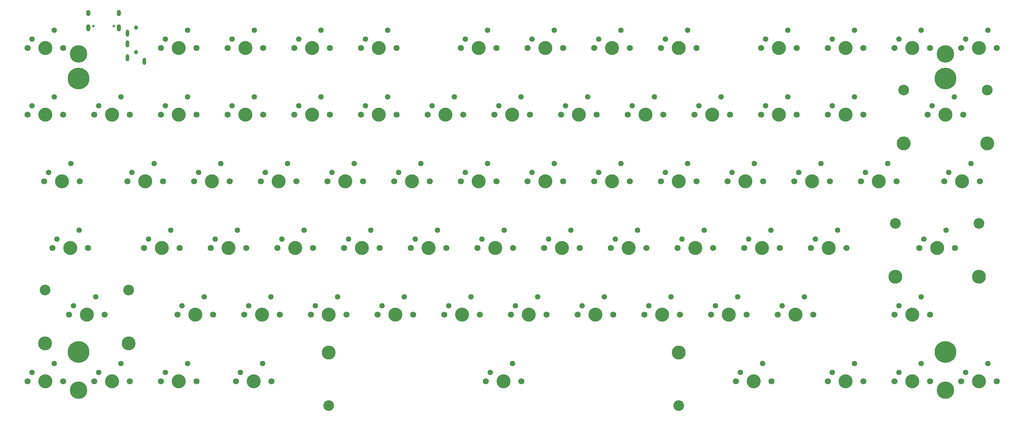
<source format=gts>
G04 #@! TF.GenerationSoftware,KiCad,Pcbnew,(6.0.6-0)*
G04 #@! TF.CreationDate,2023-02-10T21:05:53+09:00*
G04 #@! TF.ProjectId,key-ripper,6b65792d-7269-4707-9065-722e6b696361,rev?*
G04 #@! TF.SameCoordinates,Original*
G04 #@! TF.FileFunction,Soldermask,Top*
G04 #@! TF.FilePolarity,Negative*
%FSLAX46Y46*%
G04 Gerber Fmt 4.6, Leading zero omitted, Abs format (unit mm)*
G04 Created by KiCad (PCBNEW (6.0.6-0)) date 2023-02-10 21:05:53*
%MOMM*%
%LPD*%
G01*
G04 APERTURE LIST*
%ADD10C,1.750000*%
%ADD11C,4.000000*%
%ADD12C,1.550000*%
%ADD13C,6.200000*%
%ADD14C,3.048000*%
%ADD15C,3.987800*%
%ADD16C,5.000000*%
%ADD17C,0.750013*%
%ADD18O,1.200000X1.800000*%
%ADD19O,1.200000X2.000000*%
%ADD20C,1.200000*%
%ADD21O,1.000000X2.000000*%
G04 APERTURE END LIST*
D10*
X42545000Y-123825000D03*
D11*
X47625000Y-123825000D03*
D12*
X50165000Y-118745000D03*
X43815000Y-121285000D03*
D10*
X52705000Y-123825000D03*
X154463750Y-123825000D03*
X164623750Y-123825000D03*
D11*
X159543750Y-123825000D03*
D12*
X155733750Y-121285000D03*
X162083750Y-118745000D03*
X126365000Y-42545000D03*
D10*
X128905000Y-47625000D03*
D11*
X123825000Y-47625000D03*
D10*
X118745000Y-47625000D03*
D12*
X120015000Y-45085000D03*
X162877500Y-102235000D03*
X169227500Y-99695000D03*
D11*
X166687500Y-104775000D03*
D10*
X171767500Y-104775000D03*
X161607500Y-104775000D03*
D12*
X253365000Y-121285000D03*
D10*
X252095000Y-123825000D03*
D11*
X257175000Y-123825000D03*
D10*
X262255000Y-123825000D03*
D12*
X259715000Y-118745000D03*
D13*
X285700000Y-37300000D03*
X38100000Y-115500000D03*
D10*
X109855000Y-28575000D03*
X99695000Y-28575000D03*
D11*
X104775000Y-28575000D03*
D12*
X107315000Y-23495000D03*
X100965000Y-26035000D03*
D14*
X52419250Y-97790000D03*
X28543250Y-97790000D03*
D15*
X52419250Y-113000000D03*
X28543250Y-113000000D03*
D12*
X69215000Y-42545000D03*
D10*
X71755000Y-47625000D03*
X61595000Y-47625000D03*
D11*
X66675000Y-47625000D03*
D12*
X62865000Y-45085000D03*
D16*
X38100000Y-30300000D03*
D14*
X271430750Y-78740000D03*
X295306750Y-78740000D03*
D15*
X295306750Y-93950000D03*
X271430750Y-93950000D03*
D10*
X281305000Y-123825000D03*
D12*
X272415000Y-121285000D03*
D11*
X276225000Y-123825000D03*
D12*
X278765000Y-118745000D03*
D10*
X271145000Y-123825000D03*
D11*
X152400000Y-28575000D03*
D10*
X157480000Y-28575000D03*
X147320000Y-28575000D03*
D12*
X154940000Y-23495000D03*
X148590000Y-26035000D03*
D10*
X218757500Y-104775000D03*
D12*
X226377500Y-99695000D03*
D11*
X223837500Y-104775000D03*
D12*
X220027500Y-102235000D03*
D10*
X228917500Y-104775000D03*
X109220000Y-66675000D03*
D12*
X110490000Y-64135000D03*
D11*
X114300000Y-66675000D03*
D12*
X116840000Y-61595000D03*
D10*
X119380000Y-66675000D03*
X237807500Y-104775000D03*
D11*
X242887500Y-104775000D03*
D12*
X245427500Y-99695000D03*
D10*
X247967500Y-104775000D03*
D12*
X239077500Y-102235000D03*
D10*
X90170000Y-66675000D03*
D11*
X95250000Y-66675000D03*
D12*
X91440000Y-64135000D03*
D10*
X100330000Y-66675000D03*
D12*
X97790000Y-61595000D03*
D10*
X30638750Y-85725000D03*
D12*
X38258750Y-80645000D03*
D11*
X35718750Y-85725000D03*
D12*
X31908750Y-83185000D03*
D10*
X40798750Y-85725000D03*
D12*
X281940000Y-45085000D03*
X288290000Y-42545000D03*
D10*
X290830000Y-47625000D03*
D11*
X285750000Y-47625000D03*
D10*
X280670000Y-47625000D03*
X147320000Y-66675000D03*
X157480000Y-66675000D03*
D11*
X152400000Y-66675000D03*
D12*
X154940000Y-61595000D03*
X148590000Y-64135000D03*
D10*
X271780000Y-66675000D03*
D12*
X269240000Y-61595000D03*
D11*
X266700000Y-66675000D03*
D12*
X262890000Y-64135000D03*
D10*
X261620000Y-66675000D03*
D12*
X107315000Y-42545000D03*
D11*
X104775000Y-47625000D03*
D12*
X100965000Y-45085000D03*
D10*
X109855000Y-47625000D03*
X99695000Y-47625000D03*
D16*
X285700000Y-126400000D03*
D12*
X31115000Y-42545000D03*
D11*
X28575000Y-47625000D03*
D10*
X23495000Y-47625000D03*
D12*
X24765000Y-45085000D03*
D10*
X33655000Y-47625000D03*
D12*
X105727500Y-102235000D03*
D11*
X109537500Y-104775000D03*
D10*
X114617500Y-104775000D03*
D12*
X112077500Y-99695000D03*
D10*
X104457500Y-104775000D03*
X262255000Y-28575000D03*
D11*
X257175000Y-28575000D03*
D12*
X259715000Y-23495000D03*
X253365000Y-26035000D03*
D10*
X252095000Y-28575000D03*
D12*
X35877500Y-61595000D03*
D10*
X28257500Y-66675000D03*
D11*
X33337500Y-66675000D03*
D12*
X29527500Y-64135000D03*
D10*
X38417500Y-66675000D03*
D12*
X207327500Y-99695000D03*
D10*
X199707500Y-104775000D03*
X209867500Y-104775000D03*
D12*
X200977500Y-102235000D03*
D11*
X204787500Y-104775000D03*
D14*
X209543750Y-130810000D03*
D15*
X209543750Y-115600000D03*
D14*
X109543750Y-130810000D03*
D15*
X109543750Y-115600000D03*
D12*
X227171250Y-121285000D03*
D10*
X236061250Y-123825000D03*
D11*
X230981250Y-123825000D03*
D10*
X225901250Y-123825000D03*
D12*
X233521250Y-118745000D03*
X62865000Y-26035000D03*
D11*
X66675000Y-28575000D03*
D12*
X69215000Y-23495000D03*
D10*
X61595000Y-28575000D03*
X71755000Y-28575000D03*
D11*
X233362500Y-85725000D03*
D12*
X229552500Y-83185000D03*
X235902500Y-80645000D03*
D10*
X238442500Y-85725000D03*
X228282500Y-85725000D03*
D12*
X250190000Y-61595000D03*
D10*
X252730000Y-66675000D03*
D11*
X247650000Y-66675000D03*
D10*
X242570000Y-66675000D03*
D12*
X243840000Y-64135000D03*
X53340000Y-64135000D03*
D11*
X57150000Y-66675000D03*
D10*
X62230000Y-66675000D03*
D12*
X59690000Y-61595000D03*
D10*
X52070000Y-66675000D03*
D12*
X240665000Y-42545000D03*
X234315000Y-45085000D03*
D11*
X238125000Y-47625000D03*
D10*
X243205000Y-47625000D03*
X233045000Y-47625000D03*
D12*
X88265000Y-23495000D03*
D10*
X80645000Y-28575000D03*
D11*
X85725000Y-28575000D03*
D10*
X90805000Y-28575000D03*
D12*
X81915000Y-26035000D03*
D10*
X300355000Y-28575000D03*
D11*
X295275000Y-28575000D03*
D12*
X297815000Y-23495000D03*
X291465000Y-26035000D03*
D10*
X290195000Y-28575000D03*
X181292500Y-85725000D03*
D11*
X176212500Y-85725000D03*
D10*
X171132500Y-85725000D03*
D12*
X172402500Y-83185000D03*
X178752500Y-80645000D03*
D11*
X47625000Y-47625000D03*
D10*
X42545000Y-47625000D03*
D12*
X43815000Y-45085000D03*
D10*
X52705000Y-47625000D03*
D12*
X50165000Y-42545000D03*
X278765000Y-23495000D03*
D10*
X281305000Y-28575000D03*
D11*
X276225000Y-28575000D03*
D10*
X271145000Y-28575000D03*
D12*
X272415000Y-26035000D03*
D13*
X285700000Y-115500000D03*
D12*
X31115000Y-118745000D03*
D11*
X28575000Y-123825000D03*
D10*
X33655000Y-123825000D03*
D12*
X24765000Y-121285000D03*
D10*
X23495000Y-123825000D03*
D12*
X93027500Y-99695000D03*
D10*
X95567500Y-104775000D03*
X85407500Y-104775000D03*
D12*
X86677500Y-102235000D03*
D11*
X90487500Y-104775000D03*
D12*
X193040000Y-23495000D03*
D10*
X195580000Y-28575000D03*
D11*
X190500000Y-28575000D03*
D10*
X185420000Y-28575000D03*
D12*
X186690000Y-26035000D03*
D11*
X123825000Y-28575000D03*
D10*
X128905000Y-28575000D03*
X118745000Y-28575000D03*
D12*
X126365000Y-23495000D03*
X120015000Y-26035000D03*
X286702500Y-64135000D03*
D10*
X285432500Y-66675000D03*
D11*
X290512500Y-66675000D03*
D10*
X295592500Y-66675000D03*
D12*
X293052500Y-61595000D03*
X221615000Y-42545000D03*
D10*
X213995000Y-47625000D03*
D11*
X219075000Y-47625000D03*
D10*
X224155000Y-47625000D03*
D12*
X215265000Y-45085000D03*
D10*
X33655000Y-28575000D03*
D11*
X28575000Y-28575000D03*
D10*
X23495000Y-28575000D03*
D12*
X31115000Y-23495000D03*
X24765000Y-26035000D03*
X69215000Y-118745000D03*
D10*
X71755000Y-123825000D03*
X61595000Y-123825000D03*
D12*
X62865000Y-121285000D03*
D11*
X66675000Y-123825000D03*
D10*
X204470000Y-28575000D03*
D12*
X212090000Y-23495000D03*
D10*
X214630000Y-28575000D03*
D12*
X205740000Y-26035000D03*
D11*
X209550000Y-28575000D03*
X283368750Y-85725000D03*
D12*
X279558750Y-83185000D03*
D10*
X278288750Y-85725000D03*
D12*
X285908750Y-80645000D03*
D10*
X288448750Y-85725000D03*
D14*
X273812000Y-40640000D03*
D15*
X297688000Y-55850000D03*
D14*
X297688000Y-40640000D03*
D15*
X273812000Y-55850000D03*
D10*
X133032500Y-85725000D03*
D12*
X134302500Y-83185000D03*
X140652500Y-80645000D03*
D11*
X138112500Y-85725000D03*
D10*
X143192500Y-85725000D03*
X219392500Y-85725000D03*
X209232500Y-85725000D03*
D11*
X214312500Y-85725000D03*
D12*
X216852500Y-80645000D03*
X210502500Y-83185000D03*
D10*
X76517500Y-104775000D03*
D12*
X73977500Y-99695000D03*
X67627500Y-102235000D03*
D11*
X71437500Y-104775000D03*
D10*
X66357500Y-104775000D03*
D16*
X38100000Y-126400000D03*
D11*
X295275000Y-123825000D03*
D10*
X300355000Y-123825000D03*
X290195000Y-123825000D03*
D12*
X291465000Y-121285000D03*
X297815000Y-118745000D03*
D11*
X257175000Y-47625000D03*
D12*
X259715000Y-42545000D03*
D10*
X252095000Y-47625000D03*
X262255000Y-47625000D03*
D12*
X253365000Y-45085000D03*
D11*
X180975000Y-47625000D03*
D10*
X175895000Y-47625000D03*
D12*
X177165000Y-45085000D03*
X183515000Y-42545000D03*
D10*
X186055000Y-47625000D03*
X71120000Y-66675000D03*
D12*
X72390000Y-64135000D03*
D10*
X81280000Y-66675000D03*
D11*
X76200000Y-66675000D03*
D12*
X78740000Y-61595000D03*
X167640000Y-64135000D03*
X173990000Y-61595000D03*
D11*
X171450000Y-66675000D03*
D10*
X166370000Y-66675000D03*
X176530000Y-66675000D03*
X133667500Y-104775000D03*
D11*
X128587500Y-104775000D03*
D12*
X131127500Y-99695000D03*
X124777500Y-102235000D03*
D10*
X123507500Y-104775000D03*
X66992500Y-85725000D03*
D12*
X64452500Y-80645000D03*
D11*
X61912500Y-85725000D03*
D10*
X56832500Y-85725000D03*
D12*
X58102500Y-83185000D03*
X212090000Y-61595000D03*
X205740000Y-64135000D03*
D10*
X204470000Y-66675000D03*
D11*
X209550000Y-66675000D03*
D10*
X214630000Y-66675000D03*
D11*
X195262500Y-85725000D03*
D10*
X190182500Y-85725000D03*
D12*
X197802500Y-80645000D03*
X191452500Y-83185000D03*
D10*
X200342500Y-85725000D03*
D13*
X38100000Y-37300000D03*
D11*
X119062500Y-85725000D03*
D12*
X121602500Y-80645000D03*
X115252500Y-83185000D03*
D10*
X124142500Y-85725000D03*
X113982500Y-85725000D03*
X166370000Y-28575000D03*
X176530000Y-28575000D03*
D11*
X171450000Y-28575000D03*
D12*
X167640000Y-26035000D03*
X173990000Y-23495000D03*
D10*
X156845000Y-47625000D03*
D12*
X158115000Y-45085000D03*
D10*
X167005000Y-47625000D03*
D11*
X161925000Y-47625000D03*
D12*
X164465000Y-42545000D03*
D10*
X128270000Y-66675000D03*
D12*
X135890000Y-61595000D03*
D10*
X138430000Y-66675000D03*
D11*
X133350000Y-66675000D03*
D12*
X129540000Y-64135000D03*
D10*
X83026250Y-123825000D03*
D11*
X88106250Y-123825000D03*
D10*
X93186250Y-123825000D03*
D12*
X84296250Y-121285000D03*
X90646250Y-118745000D03*
D10*
X162242500Y-85725000D03*
D12*
X159702500Y-80645000D03*
D11*
X157162500Y-85725000D03*
D10*
X152082500Y-85725000D03*
D12*
X153352500Y-83185000D03*
X240665000Y-23495000D03*
D10*
X233045000Y-28575000D03*
D11*
X238125000Y-28575000D03*
D12*
X234315000Y-26035000D03*
D10*
X243205000Y-28575000D03*
X185420000Y-66675000D03*
D12*
X193040000Y-61595000D03*
X186690000Y-64135000D03*
D11*
X190500000Y-66675000D03*
D10*
X195580000Y-66675000D03*
X147955000Y-47625000D03*
D11*
X142875000Y-47625000D03*
D10*
X137795000Y-47625000D03*
D12*
X139065000Y-45085000D03*
X145415000Y-42545000D03*
D10*
X180657500Y-104775000D03*
D12*
X181927500Y-102235000D03*
D11*
X185737500Y-104775000D03*
D12*
X188277500Y-99695000D03*
D10*
X190817500Y-104775000D03*
X205105000Y-47625000D03*
X194945000Y-47625000D03*
D12*
X196215000Y-45085000D03*
D11*
X200025000Y-47625000D03*
D12*
X202565000Y-42545000D03*
D10*
X281305000Y-104775000D03*
X271145000Y-104775000D03*
D12*
X278765000Y-99695000D03*
D11*
X276225000Y-104775000D03*
D12*
X272415000Y-102235000D03*
D11*
X252412500Y-85725000D03*
D10*
X257492500Y-85725000D03*
D12*
X248602500Y-83185000D03*
X254952500Y-80645000D03*
D10*
X247332500Y-85725000D03*
X35401250Y-104775000D03*
D12*
X43021250Y-99695000D03*
X36671250Y-102235000D03*
D10*
X45561250Y-104775000D03*
D11*
X40481250Y-104775000D03*
D12*
X81915000Y-45085000D03*
D10*
X80645000Y-47625000D03*
X90805000Y-47625000D03*
D11*
X85725000Y-47625000D03*
D12*
X88265000Y-42545000D03*
D11*
X228600000Y-66675000D03*
D12*
X224790000Y-64135000D03*
X231140000Y-61595000D03*
D10*
X223520000Y-66675000D03*
X233680000Y-66675000D03*
X105092500Y-85725000D03*
X94932500Y-85725000D03*
D12*
X96202500Y-83185000D03*
D11*
X100012500Y-85725000D03*
D12*
X102552500Y-80645000D03*
D10*
X86042500Y-85725000D03*
D12*
X77152500Y-83185000D03*
D11*
X80962500Y-85725000D03*
D12*
X83502500Y-80645000D03*
D10*
X75882500Y-85725000D03*
D11*
X147637500Y-104775000D03*
D12*
X143827500Y-102235000D03*
D10*
X142557500Y-104775000D03*
X152717500Y-104775000D03*
D12*
X150177500Y-99695000D03*
D16*
X285700000Y-30300000D03*
D17*
X42342810Y-22309384D03*
X48142658Y-22309384D03*
D18*
X49567855Y-18609612D03*
D19*
X40917613Y-22809511D03*
D18*
X40917613Y-18609612D03*
D19*
X49567855Y-22809511D03*
D20*
X54500000Y-22802540D03*
X54500000Y-29802540D03*
D21*
X52099949Y-24402489D03*
X52099949Y-27402489D03*
X52099949Y-31402489D03*
X56900051Y-32402489D03*
M02*

</source>
